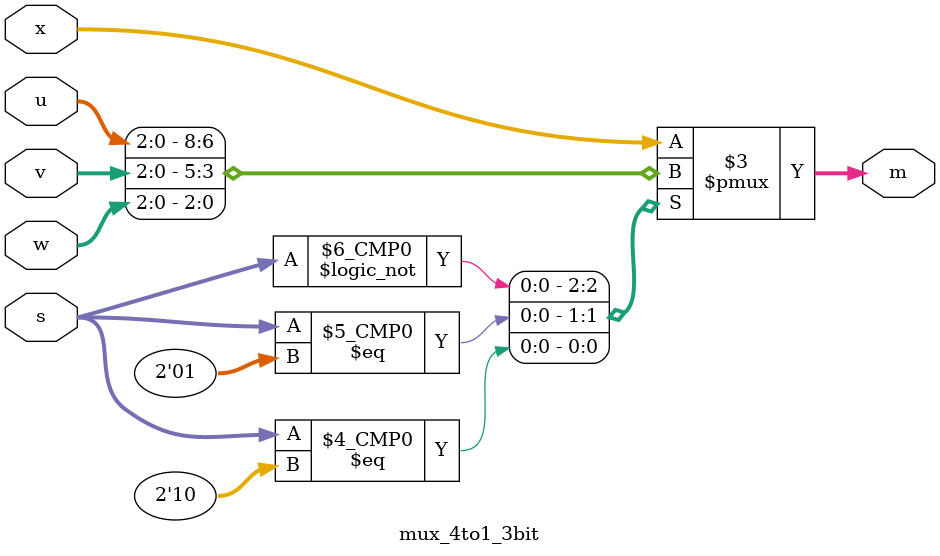
<source format=v>
module mux_4to1_3bit (m,s,u,v,w,x);
input[2:0] u,v,w,x;
input[1:0] s;
output[2:0] m;
reg[2:0] m;
	always @(s or u or v or w or x)
	begin
		case(s)
			2'b00: m=u;
			2'b01: m=v;
			2'b10: m=w;
			default: m=x;
		endcase
	end
endmodule 
</source>
